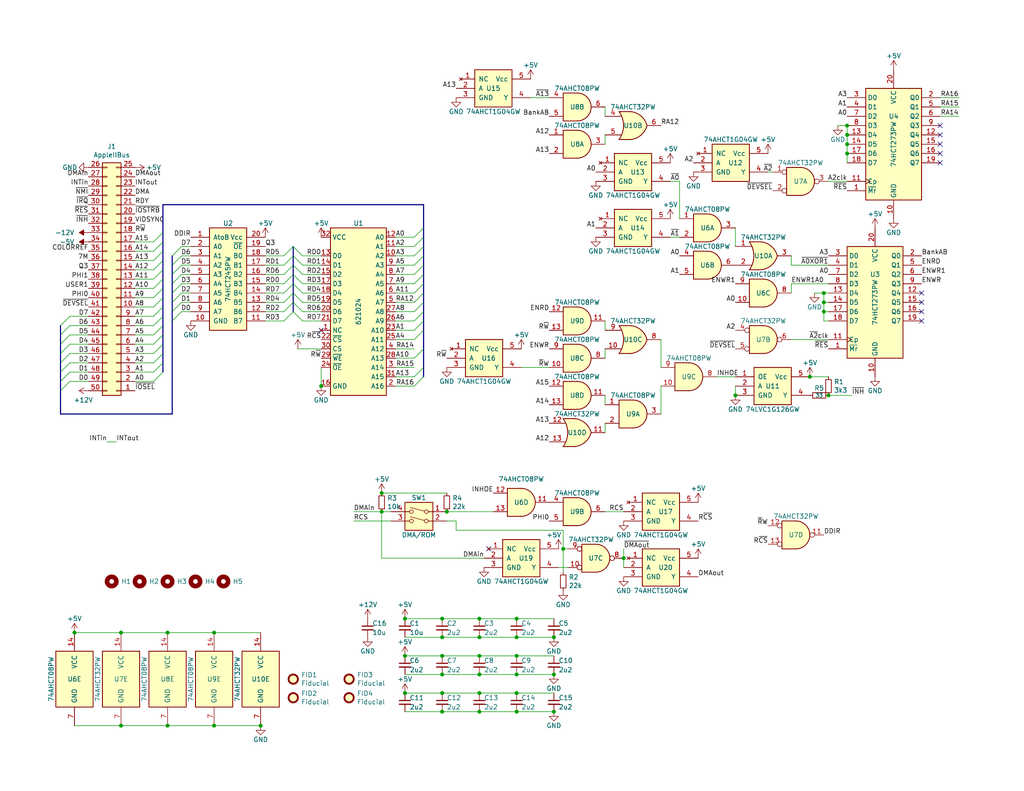
<source format=kicad_sch>
(kicad_sch (version 20230121) (generator eeschema)
  (paper "USLetter")
  (title_block (title "RAM128 (GW4208B)") (date "2023-10-21") (rev "1.1") (company "Garrett's Workshop"))
  (junction (at 120.65 179.07))
  (junction (at 226.06 107.95))
  (junction (at 110.49 189.23))
  (junction (at 200.66 107.95))
  (junction (at 151.13 194.31))
  (junction (at 130.81 168.91))
  (junction (at 120.65 173.99))
  (junction (at 120.65 194.31))
  (junction (at 120.65 168.91))
  (junction (at 130.81 179.07))
  (junction (at 140.97 168.91))
  (junction (at 231.14 36.83))
  (junction (at 71.12 198.12))
  (junction (at 58.42 198.12))
  (junction (at 140.97 173.99))
  (junction (at 130.81 189.23))
  (junction (at 120.65 189.23))
  (junction (at 110.49 168.91))
  (junction (at 140.97 184.15))
  (junction (at 130.81 184.15))
  (junction (at 231.14 34.29))
  (junction (at 45.72 198.12))
  (junction (at 224.79 82.55))
  (junction (at 33.02 172.72))
  (junction (at 220.98 102.87))
  (junction (at 104.14 139.7))
  (junction (at 170.18 152.4))
  (junction (at 151.13 184.15))
  (junction (at 87.63 105.41))
  (junction (at 151.13 173.99))
  (junction (at 231.14 39.37))
  (junction (at 140.97 179.07))
  (junction (at 231.14 41.91))
  (junction (at 45.72 172.72))
  (junction (at 33.02 198.12))
  (junction (at 224.79 80.01))
  (junction (at 121.92 139.7))
  (junction (at 120.65 184.15))
  (junction (at 130.81 173.99))
  (junction (at 153.67 149.86))
  (junction (at 140.97 194.31))
  (junction (at 140.97 189.23))
  (junction (at 104.14 134.62))
  (junction (at 224.79 85.09))
  (junction (at 20.32 172.72))
  (junction (at 130.81 194.31))
  (junction (at 110.49 179.07))
  (junction (at 58.42 172.72))
  (no_connect (at 256.54 36.83))
  (no_connect (at 87.63 90.17))
  (no_connect (at 251.46 80.01))
  (no_connect (at 256.54 34.29))
  (no_connect (at 251.46 82.55))
  (no_connect (at 256.54 41.91))
  (no_connect (at 256.54 44.45))
  (no_connect (at 133.35 149.86))
  (no_connect (at 251.46 87.63))
  (no_connect (at 251.46 85.09))
  (no_connect (at 256.54 39.37))
  (bus_entry (at 46.99 85.09) (size 2.54 -2.54))
  (bus_entry (at 115.57 62.23) (size -2.54 2.54))
  (bus_entry (at 80.01 69.85) (size 2.54 2.54))
  (bus_entry (at 115.57 72.39) (size -2.54 2.54))
  (bus_entry (at 46.99 82.55) (size 2.54 -2.54))
  (bus_entry (at 44.45 73.66) (size -2.54 2.54))
  (bus_entry (at 115.57 87.63) (size -2.54 2.54))
  (bus_entry (at 16.51 99.06) (size 2.54 -2.54))
  (bus_entry (at 115.57 64.77) (size -2.54 2.54))
  (bus_entry (at 46.99 72.39) (size 2.54 -2.54))
  (bus_entry (at 16.51 93.98) (size 2.54 -2.54))
  (bus_entry (at 44.45 63.5) (size -2.54 2.54))
  (bus_entry (at 44.45 81.28) (size -2.54 2.54))
  (bus_entry (at 16.51 88.9) (size 2.54 -2.54))
  (bus_entry (at 80.01 77.47) (size 2.54 2.54))
  (bus_entry (at 16.51 106.68) (size 2.54 -2.54))
  (bus_entry (at 46.99 74.93) (size 2.54 -2.54))
  (bus_entry (at 77.47 74.93) (size 2.54 -2.54))
  (bus_entry (at 115.57 67.31) (size -2.54 2.54))
  (bus_entry (at 77.47 69.85) (size 2.54 -2.54))
  (bus_entry (at 115.57 77.47) (size -2.54 2.54))
  (bus_entry (at 44.45 96.52) (size -2.54 2.54))
  (bus_entry (at 77.47 72.39) (size 2.54 -2.54))
  (bus_entry (at 80.01 80.01) (size 2.54 2.54))
  (bus_entry (at 44.45 93.98) (size -2.54 2.54))
  (bus_entry (at 44.45 101.6) (size -2.54 2.54))
  (bus_entry (at 115.57 90.17) (size -2.54 2.54))
  (bus_entry (at 44.45 71.12) (size -2.54 2.54))
  (bus_entry (at 44.45 78.74) (size -2.54 2.54))
  (bus_entry (at 46.99 87.63) (size 2.54 -2.54))
  (bus_entry (at 44.45 66.04) (size -2.54 2.54))
  (bus_entry (at 16.51 91.44) (size 2.54 -2.54))
  (bus_entry (at 44.45 99.06) (size -2.54 2.54))
  (bus_entry (at 80.01 82.55) (size 2.54 2.54))
  (bus_entry (at 44.45 68.58) (size -2.54 2.54))
  (bus_entry (at 115.57 85.09) (size -2.54 2.54))
  (bus_entry (at 46.99 80.01) (size 2.54 -2.54))
  (bus_entry (at 115.57 74.93) (size -2.54 2.54))
  (bus_entry (at 44.45 88.9) (size -2.54 2.54))
  (bus_entry (at 80.01 74.93) (size 2.54 2.54))
  (bus_entry (at 44.45 76.2) (size -2.54 2.54))
  (bus_entry (at 80.01 85.09) (size 2.54 2.54))
  (bus_entry (at 77.47 87.63) (size 2.54 -2.54))
  (bus_entry (at 44.45 91.44) (size -2.54 2.54))
  (bus_entry (at 80.01 72.39) (size 2.54 2.54))
  (bus_entry (at 16.51 101.6) (size 2.54 -2.54))
  (bus_entry (at 115.57 82.55) (size -2.54 2.54))
  (bus_entry (at 115.57 69.85) (size -2.54 2.54))
  (bus_entry (at 46.99 69.85) (size 2.54 -2.54))
  (bus_entry (at 44.45 83.82) (size -2.54 2.54))
  (bus_entry (at 44.45 86.36) (size -2.54 2.54))
  (bus_entry (at 46.99 77.47) (size 2.54 -2.54))
  (bus_entry (at 115.57 102.87) (size -2.54 2.54))
  (bus_entry (at 77.47 85.09) (size 2.54 -2.54))
  (bus_entry (at 115.57 100.33) (size -2.54 2.54))
  (bus_entry (at 115.57 95.25) (size -2.54 2.54))
  (bus_entry (at 77.47 77.47) (size 2.54 -2.54))
  (bus_entry (at 77.47 80.01) (size 2.54 -2.54))
  (bus_entry (at 80.01 67.31) (size 2.54 2.54))
  (bus_entry (at 16.51 104.14) (size 2.54 -2.54))
  (bus_entry (at 77.47 82.55) (size 2.54 -2.54))
  (bus_entry (at 16.51 96.52) (size 2.54 -2.54))
  (bus_entry (at 115.57 80.01) (size -2.54 2.54))
  (wire (pts (xy 36.83 96.52) (xy 41.91 96.52)))
  (bus (pts (xy 115.57 90.17) (xy 115.57 95.25)))
  (wire (pts (xy 104.14 139.7) (xy 106.68 139.7)))
  (wire (pts (xy 220.98 102.87) (xy 226.06 102.87)))
  (wire (pts (xy 231.14 36.83) (xy 231.14 39.37)))
  (wire (pts (xy 130.81 173.99) (xy 140.97 173.99)))
  (wire (pts (xy 228.6 34.29) (xy 231.14 34.29)))
  (wire (pts (xy 19.05 101.6) (xy 24.13 101.6)))
  (bus (pts (xy 115.57 69.85) (xy 115.57 72.39)))
  (bus (pts (xy 44.45 63.5) (xy 44.45 66.04)))
  (wire (pts (xy 110.49 168.91) (xy 120.65 168.91)))
  (wire (pts (xy 200.66 62.23) (xy 200.66 67.31)))
  (wire (pts (xy 82.55 74.93) (xy 87.63 74.93)))
  (wire (pts (xy 87.63 100.33) (xy 87.63 105.41)))
  (wire (pts (xy 200.66 107.95) (xy 200.66 105.41)))
  (wire (pts (xy 77.47 69.85) (xy 72.39 69.85)))
  (wire (pts (xy 107.95 64.77) (xy 113.03 64.77)))
  (wire (pts (xy 36.83 71.12) (xy 41.91 71.12)))
  (wire (pts (xy 261.62 31.75) (xy 256.54 31.75)))
  (wire (pts (xy 120.65 189.23) (xy 130.81 189.23)))
  (wire (pts (xy 82.55 85.09) (xy 87.63 85.09)))
  (bus (pts (xy 16.51 93.98) (xy 16.51 96.52)))
  (bus (pts (xy 80.01 77.47) (xy 80.01 80.01)))
  (wire (pts (xy 49.53 67.31) (xy 52.07 67.31)))
  (wire (pts (xy 107.95 97.79) (xy 113.03 97.79)))
  (bus (pts (xy 115.57 55.88) (xy 44.45 55.88)))
  (wire (pts (xy 153.67 144.78) (xy 153.67 149.86)))
  (bus (pts (xy 115.57 95.25) (xy 115.57 100.33)))
  (wire (pts (xy 121.92 139.7) (xy 134.62 139.7)))
  (wire (pts (xy 226.06 92.71) (xy 215.9 92.71)))
  (wire (pts (xy 130.81 189.23) (xy 140.97 189.23)))
  (bus (pts (xy 16.51 96.52) (xy 16.51 99.06)))
  (wire (pts (xy 107.95 77.47) (xy 113.03 77.47)))
  (bus (pts (xy 46.99 85.09) (xy 46.99 87.63)))
  (bus (pts (xy 44.45 96.52) (xy 44.45 99.06)))
  (wire (pts (xy 96.52 142.24) (xy 106.68 142.24)))
  (bus (pts (xy 80.01 82.55) (xy 80.01 85.09)))
  (wire (pts (xy 165.1 107.95) (xy 165.1 110.49)))
  (wire (pts (xy 140.97 173.99) (xy 151.13 173.99)))
  (wire (pts (xy 226.06 87.63) (xy 224.79 87.63)))
  (wire (pts (xy 142.24 100.33) (xy 149.86 100.33)))
  (wire (pts (xy 77.47 87.63) (xy 72.39 87.63)))
  (wire (pts (xy 185.42 49.53) (xy 185.42 59.69)))
  (wire (pts (xy 49.53 85.09) (xy 52.07 85.09)))
  (bus (pts (xy 115.57 67.31) (xy 115.57 69.85)))
  (wire (pts (xy 19.05 86.36) (xy 24.13 86.36)))
  (wire (pts (xy 20.32 198.12) (xy 33.02 198.12)))
  (bus (pts (xy 16.51 104.14) (xy 16.51 106.68)))
  (bus (pts (xy 16.51 106.68) (xy 16.51 113.03)))
  (wire (pts (xy 120.65 173.99) (xy 130.81 173.99)))
  (bus (pts (xy 46.99 69.85) (xy 46.99 72.39)))
  (wire (pts (xy 224.79 85.09) (xy 224.79 82.55)))
  (wire (pts (xy 120.65 184.15) (xy 130.81 184.15)))
  (wire (pts (xy 124.46 144.78) (xy 124.46 142.24)))
  (wire (pts (xy 19.05 104.14) (xy 24.13 104.14)))
  (wire (pts (xy 77.47 82.55) (xy 72.39 82.55)))
  (wire (pts (xy 124.46 142.24) (xy 121.92 142.24)))
  (wire (pts (xy 120.65 189.23) (xy 110.49 189.23)))
  (wire (pts (xy 107.95 85.09) (xy 113.03 85.09)))
  (wire (pts (xy 200.66 102.87) (xy 195.58 102.87)))
  (wire (pts (xy 45.72 198.12) (xy 58.42 198.12)))
  (wire (pts (xy 96.52 139.7) (xy 104.14 139.7)))
  (bus (pts (xy 80.01 67.31) (xy 80.01 69.85)))
  (bus (pts (xy 80.01 74.93) (xy 80.01 77.47)))
  (wire (pts (xy 130.81 168.91) (xy 140.97 168.91)))
  (wire (pts (xy 107.95 72.39) (xy 113.03 72.39)))
  (bus (pts (xy 115.57 55.88) (xy 115.57 62.23)))
  (wire (pts (xy 154.94 154.94) (xy 152.4 154.94)))
  (wire (pts (xy 180.34 105.41) (xy 180.34 113.03)))
  (wire (pts (xy 165.1 87.63) (xy 165.1 90.17)))
  (bus (pts (xy 16.51 91.44) (xy 16.51 93.98)))
  (bus (pts (xy 44.45 83.82) (xy 44.45 86.36)))
  (wire (pts (xy 120.65 194.31) (xy 130.81 194.31)))
  (wire (pts (xy 153.67 149.86) (xy 153.67 156.21)))
  (bus (pts (xy 115.57 100.33) (xy 115.57 102.87)))
  (wire (pts (xy 36.83 73.66) (xy 41.91 73.66)))
  (bus (pts (xy 46.99 72.39) (xy 46.99 74.93)))
  (bus (pts (xy 44.45 93.98) (xy 44.45 96.52)))
  (bus (pts (xy 115.57 85.09) (xy 115.57 87.63)))
  (wire (pts (xy 107.95 105.41) (xy 113.03 105.41)))
  (bus (pts (xy 115.57 77.47) (xy 115.57 80.01)))
  (bus (pts (xy 80.01 72.39) (xy 80.01 74.93)))
  (wire (pts (xy 19.05 93.98) (xy 24.13 93.98)))
  (bus (pts (xy 115.57 82.55) (xy 115.57 85.09)))
  (wire (pts (xy 36.83 83.82) (xy 41.91 83.82)))
  (wire (pts (xy 19.05 88.9) (xy 24.13 88.9)))
  (wire (pts (xy 82.55 77.47) (xy 87.63 77.47)))
  (wire (pts (xy 120.65 168.91) (xy 130.81 168.91)))
  (wire (pts (xy 36.83 81.28) (xy 41.91 81.28)))
  (wire (pts (xy 130.81 194.31) (xy 140.97 194.31)))
  (wire (pts (xy 104.14 152.4) (xy 132.08 152.4)))
  (wire (pts (xy 81.28 95.25) (xy 87.63 95.25)))
  (wire (pts (xy 232.41 107.95) (xy 226.06 107.95)))
  (wire (pts (xy 215.9 69.85) (xy 215.9 72.39)))
  (wire (pts (xy 140.97 194.31) (xy 151.13 194.31)))
  (wire (pts (xy 165.1 139.7) (xy 170.18 139.7)))
  (wire (pts (xy 222.25 80.01) (xy 224.79 80.01)))
  (wire (pts (xy 226.06 85.09) (xy 224.79 85.09)))
  (wire (pts (xy 82.55 82.55) (xy 87.63 82.55)))
  (wire (pts (xy 121.92 134.62) (xy 104.14 134.62)))
  (wire (pts (xy 77.47 77.47) (xy 72.39 77.47)))
  (wire (pts (xy 36.83 99.06) (xy 41.91 99.06)))
  (wire (pts (xy 77.47 74.93) (xy 72.39 74.93)))
  (wire (pts (xy 153.67 144.78) (xy 124.46 144.78)))
  (wire (pts (xy 153.67 149.86) (xy 154.94 149.86)))
  (wire (pts (xy 104.14 139.7) (xy 104.14 152.4)))
  (wire (pts (xy 58.42 198.12) (xy 71.12 198.12)))
  (wire (pts (xy 185.42 64.77) (xy 182.88 64.77)))
  (wire (pts (xy 36.83 88.9) (xy 41.91 88.9)))
  (wire (pts (xy 107.95 100.33) (xy 113.03 100.33)))
  (wire (pts (xy 82.55 80.01) (xy 87.63 80.01)))
  (wire (pts (xy 36.83 93.98) (xy 41.91 93.98)))
  (wire (pts (xy 36.83 66.04) (xy 41.91 66.04)))
  (bus (pts (xy 46.99 87.63) (xy 46.99 113.03)))
  (wire (pts (xy 226.06 80.01) (xy 224.79 80.01)))
  (wire (pts (xy 36.83 104.14) (xy 41.91 104.14)))
  (bus (pts (xy 115.57 74.93) (xy 115.57 77.47)))
  (bus (pts (xy 16.51 99.06) (xy 16.51 101.6)))
  (wire (pts (xy 165.1 95.25) (xy 165.1 97.79)))
  (wire (pts (xy 140.97 189.23) (xy 151.13 189.23)))
  (wire (pts (xy 107.95 80.01) (xy 113.03 80.01)))
  (wire (pts (xy 49.53 72.39) (xy 52.07 72.39)))
  (bus (pts (xy 46.99 77.47) (xy 46.99 80.01)))
  (bus (pts (xy 44.45 78.74) (xy 44.45 81.28)))
  (wire (pts (xy 45.72 172.72) (xy 58.42 172.72)))
  (wire (pts (xy 36.83 76.2) (xy 41.91 76.2)))
  (wire (pts (xy 140.97 184.15) (xy 151.13 184.15)))
  (wire (pts (xy 107.95 82.55) (xy 113.03 82.55)))
  (bus (pts (xy 115.57 62.23) (xy 115.57 64.77)))
  (bus (pts (xy 115.57 80.01) (xy 115.57 82.55)))
  (wire (pts (xy 107.95 90.17) (xy 113.03 90.17)))
  (wire (pts (xy 107.95 95.25) (xy 113.03 95.25)))
  (wire (pts (xy 107.95 102.87) (xy 113.03 102.87)))
  (bus (pts (xy 44.45 81.28) (xy 44.45 83.82)))
  (wire (pts (xy 107.95 87.63) (xy 113.03 87.63)))
  (wire (pts (xy 77.47 72.39) (xy 72.39 72.39)))
  (bus (pts (xy 44.45 99.06) (xy 44.45 101.6)))
  (bus (pts (xy 44.45 76.2) (xy 44.45 78.74)))
  (wire (pts (xy 33.02 198.12) (xy 45.72 198.12)))
  (wire (pts (xy 36.83 68.58) (xy 41.91 68.58)))
  (bus (pts (xy 44.45 73.66) (xy 44.45 76.2)))
  (wire (pts (xy 224.79 87.63) (xy 224.79 85.09)))
  (bus (pts (xy 46.99 113.03) (xy 16.51 113.03)))
  (wire (pts (xy 231.14 41.91) (xy 231.14 44.45)))
  (wire (pts (xy 110.49 194.31) (xy 120.65 194.31)))
  (wire (pts (xy 120.65 179.07) (xy 110.49 179.07)))
  (bus (pts (xy 46.99 80.01) (xy 46.99 82.55)))
  (wire (pts (xy 215.9 77.47) (xy 215.9 80.01)))
  (wire (pts (xy 107.95 69.85) (xy 113.03 69.85)))
  (wire (pts (xy 209.55 46.99) (xy 210.82 46.99)))
  (wire (pts (xy 82.55 69.85) (xy 87.63 69.85)))
  (wire (pts (xy 58.42 172.72) (xy 71.12 172.72)))
  (wire (pts (xy 20.32 172.72) (xy 33.02 172.72)))
  (bus (pts (xy 115.57 64.77) (xy 115.57 67.31)))
  (bus (pts (xy 44.45 88.9) (xy 44.45 91.44)))
  (bus (pts (xy 44.45 86.36) (xy 44.45 88.9)))
  (wire (pts (xy 36.83 78.74) (xy 41.91 78.74)))
  (wire (pts (xy 19.05 96.52) (xy 24.13 96.52)))
  (wire (pts (xy 261.62 26.67) (xy 256.54 26.67)))
  (wire (pts (xy 170.18 152.4) (xy 170.18 149.86)))
  (wire (pts (xy 140.97 168.91) (xy 151.13 168.91)))
  (wire (pts (xy 170.18 152.4) (xy 170.18 154.94)))
  (wire (pts (xy 110.49 184.15) (xy 120.65 184.15)))
  (bus (pts (xy 46.99 74.93) (xy 46.99 77.47)))
  (wire (pts (xy 19.05 99.06) (xy 24.13 99.06)))
  (wire (pts (xy 110.49 173.99) (xy 120.65 173.99)))
  (bus (pts (xy 16.51 101.6) (xy 16.51 104.14)))
  (wire (pts (xy 49.53 80.01) (xy 52.07 80.01)))
  (wire (pts (xy 165.1 31.75) (xy 165.1 29.21)))
  (bus (pts (xy 115.57 87.63) (xy 115.57 90.17)))
  (bus (pts (xy 44.45 71.12) (xy 44.45 73.66)))
  (bus (pts (xy 44.45 91.44) (xy 44.45 93.98)))
  (wire (pts (xy 49.53 77.47) (xy 52.07 77.47)))
  (wire (pts (xy 165.1 115.57) (xy 165.1 118.11)))
  (wire (pts (xy 140.97 179.07) (xy 151.13 179.07)))
  (wire (pts (xy 120.65 179.07) (xy 130.81 179.07)))
  (wire (pts (xy 82.55 72.39) (xy 87.63 72.39)))
  (wire (pts (xy 107.95 92.71) (xy 113.03 92.71)))
  (bus (pts (xy 44.45 68.58) (xy 44.45 71.12)))
  (wire (pts (xy 224.79 80.01) (xy 224.79 82.55)))
  (wire (pts (xy 77.47 80.01) (xy 72.39 80.01)))
  (wire (pts (xy 33.02 172.72) (xy 45.72 172.72)))
  (bus (pts (xy 115.57 72.39) (xy 115.57 74.93)))
  (wire (pts (xy 180.34 92.71) (xy 180.34 100.33)))
  (wire (pts (xy 231.14 34.29) (xy 231.14 36.83)))
  (wire (pts (xy 19.05 91.44) (xy 24.13 91.44)))
  (wire (pts (xy 49.53 69.85) (xy 52.07 69.85)))
  (wire (pts (xy 107.95 74.93) (xy 113.03 74.93)))
  (wire (pts (xy 182.88 49.53) (xy 185.42 49.53)))
  (wire (pts (xy 226.06 82.55) (xy 224.79 82.55)))
  (bus (pts (xy 44.45 66.04) (xy 44.45 68.58)))
  (wire (pts (xy 31.75 120.65) (xy 29.21 120.65)))
  (wire (pts (xy 36.83 86.36) (xy 41.91 86.36)))
  (wire (pts (xy 36.83 101.6) (xy 41.91 101.6)))
  (bus (pts (xy 16.51 88.9) (xy 16.51 91.44)))
  (wire (pts (xy 36.83 91.44) (xy 41.91 91.44)))
  (wire (pts (xy 231.14 39.37) (xy 231.14 41.91)))
  (wire (pts (xy 226.06 49.53) (xy 231.14 49.53)))
  (wire (pts (xy 215.9 72.39) (xy 226.06 72.39)))
  (wire (pts (xy 82.55 87.63) (xy 87.63 87.63)))
  (bus (pts (xy 80.01 69.85) (xy 80.01 72.39)))
  (wire (pts (xy 256.54 29.21) (xy 261.62 29.21)))
  (wire (pts (xy 130.81 184.15) (xy 140.97 184.15)))
  (wire (pts (xy 144.78 26.67) (xy 149.86 26.67)))
  (wire (pts (xy 165.1 36.83) (xy 165.1 39.37)))
  (wire (pts (xy 130.81 179.07) (xy 140.97 179.07)))
  (bus (pts (xy 46.99 82.55) (xy 46.99 85.09)))
  (wire (pts (xy 107.95 67.31) (xy 113.03 67.31)))
  (wire (pts (xy 77.47 85.09) (xy 72.39 85.09)))
  (wire (pts (xy 49.53 82.55) (xy 52.07 82.55)))
  (wire (pts (xy 49.53 74.93) (xy 52.07 74.93)))
  (bus (pts (xy 44.45 55.88) (xy 44.45 63.5)))
  (wire (pts (xy 215.9 77.47) (xy 226.06 77.47)))
  (bus (pts (xy 80.01 80.01) (xy 80.01 82.55)))
  (label "INTout" (at 31.75 120.65 0))
  (label "~{RES}" (at 231.14 52.07 180))
  (label "D3" (at 24.13 96.52 180))
  (label "~{R}W" (at 149.86 100.33 180))
  (label "RD7" (at 72.39 80.01 0))
  (label "A13" (at 36.83 71.12 0))
  (label "A0" (at 231.14 31.75 180))
  (label "A2" (at 36.83 99.06 0))
  (label "RD2" (at 87.63 74.93 180))
  (label "A14" (at 36.83 68.58 0))
  (label "A8" (at 36.83 83.82 0))
  (label "RA16" (at 113.03 105.41 180))
  (label "A2clk" (at 231.14 49.53 180))
  (label "RD6" (at 72.39 74.93 0))
  (label "D5" (at 24.13 91.44 180))
  (label "PHI0" (at 149.86 142.24 180))
  (label "~{DEVSEL}" (at 200.66 95.25 180))
  (label "A1" (at 36.83 101.6 0))
  (label "D0" (at 52.07 85.09 180))
  (label "~{IOSTRB}" (at 36.83 58.42 0))
  (label "A0" (at 226.06 74.93 180))
  (label "A0" (at 200.66 82.55 180))
  (label "~{RES}" (at 226.06 95.25 180))
  (label "A10" (at 36.83 78.74 0))
  (label "ENWR1" (at 200.66 77.47 180))
  (label "A13" (at 124.46 24.13 180))
  (label "A6" (at 36.83 88.9 0))
  (label "RD1" (at 72.39 72.39 0))
  (label "A1" (at 162.56 62.23 180))
  (label "DDIR" (at 52.07 64.77 180))
  (label "D0" (at 24.13 104.14 180))
  (label "ENWR" (at 251.46 77.47 0))
  (label "A11" (at 107.95 80.01 0))
  (label "A5" (at 107.95 72.39 0))
  (label "INHOE" (at 195.58 102.87 0))
  (label "A13" (at 107.95 102.87 0))
  (label "D3" (at 52.07 77.47 180))
  (label "A3" (at 107.95 69.85 0))
  (label "RA14" (at 113.03 95.25 180))
  (label "A2" (at 107.95 67.31 0))
  (label "USER1" (at 24.13 78.74 180))
  (label "D7" (at 24.13 86.36 180))
  (label "ENRD" (at 149.86 85.09 180))
  (label "INHOE" (at 134.62 134.62 180))
  (label "~{INH}" (at 24.13 60.96 180))
  (label "D7" (at 52.07 67.31 180))
  (label "INTin" (at 29.21 120.65 180))
  (label "A4" (at 107.95 92.71 0))
  (label "A1" (at 231.14 29.21 180))
  (label "A7" (at 107.95 74.93 0))
  (label "R~{W}" (at 36.83 63.5 0))
  (label "DMAin" (at 24.13 48.26 180))
  (label "ENWR1A0" (at 215.9 77.47 0))
  (label "RA12" (at 180.34 34.29 0))
  (label "~{A1}" (at 185.42 64.77 180))
  (label "A7" (at 36.83 86.36 0))
  (label "A3" (at 36.83 96.52 0))
  (label "~{IRQ}" (at 24.13 55.88 180))
  (label "RD5" (at 87.63 82.55 180))
  (label "R~{W}" (at 87.63 97.79 180))
  (label "D4" (at 52.07 74.93 180))
  (label "~{A2}clk" (at 226.06 92.71 180))
  (label "R~{W}" (at 149.86 90.17 180))
  (label "D2" (at 52.07 80.01 180))
  (label "RA15" (at 261.62 29.21 180))
  (label "A12" (at 149.86 36.83 180))
  (label "A3" (at 226.06 69.85 180))
  (label "~{IOSEL}" (at 36.83 106.68 0))
  (label "~{DEVSEL}" (at 24.13 83.82 180))
  (label "~{RES}" (at 24.13 58.42 180))
  (label "A15" (at 36.83 66.04 0))
  (label "BankAB" (at 251.46 69.85 0))
  (label "R~{CS}" (at 209.55 148.59 180))
  (label "RA14" (at 261.62 31.75 180))
  (label "A0" (at 36.83 104.14 0))
  (label "A12" (at 149.86 120.65 180))
  (label "D1" (at 24.13 101.6 180))
  (label "RD0" (at 72.39 77.47 0))
  (label "PHI1" (at 24.13 76.2 180))
  (label "A8" (at 107.95 85.09 0))
  (label "A1" (at 185.42 74.93 180))
  (label "RD6" (at 87.63 85.09 180))
  (label "A3" (at 231.14 26.67 180))
  (label "D6" (at 52.07 69.85 180))
  (label "RA12" (at 107.95 82.55 0))
  (label "INTout" (at 36.83 50.8 0))
  (label "R~{W}" (at 121.92 97.79 180))
  (label "DMAin" (at 132.08 152.4 180))
  (label "A12" (at 36.83 73.66 0))
  (label "RD3" (at 87.63 77.47 180))
  (label "~{INH}" (at 232.41 107.95 0))
  (label "A9" (at 107.95 77.47 0))
  (label "BankAB" (at 149.86 31.75 180))
  (label "~{DEVSEL}" (at 210.82 52.07 180))
  (label "~{DMAout}" (at 170.18 149.86 0))
  (label "A1" (at 107.95 90.17 0))
  (label "~{NMI}" (at 24.13 53.34 180))
  (label "D2" (at 24.13 99.06 180))
  (label "RCS" (at 96.52 142.24 0))
  (label "INTin" (at 24.13 50.8 180))
  (label "A11" (at 36.83 76.2 0))
  (label "RCS" (at 170.18 139.7 180))
  (label "A14" (at 149.86 110.49 180))
  (label "~{A2}" (at 210.82 46.99 180))
  (label "RD1" (at 87.63 72.39 180))
  (label "A0" (at 185.42 69.85 180))
  (label "RD4" (at 72.39 82.55 0))
  (label "PHI0" (at 24.13 81.28 180))
  (label "D5" (at 52.07 72.39 180))
  (label "A2" (at 189.23 44.45 180))
  (label "DDIR" (at 224.79 146.05 0))
  (label "VIDSYNC" (at 36.83 60.96 0))
  (label "Q3" (at 24.13 73.66 180))
  (label "A6" (at 107.95 87.63 0))
  (label "DMAin" (at 96.52 139.7 0))
  (label "DMAout" (at 36.83 48.26 0))
  (label "RD7" (at 87.63 87.63 180))
  (label "A5" (at 36.83 91.44 0))
  (label "7M" (at 24.13 71.12 180))
  (label "A0" (at 162.56 46.99 180))
  (label "RD4" (at 87.63 80.01 180))
  (label "RD3" (at 72.39 87.63 0))
  (label "R~{CS}" (at 87.63 92.71 180))
  (label "A13" (at 149.86 115.57 180))
  (label "A0" (at 107.95 64.77 0))
  (label "DMA" (at 36.83 53.34 0))
  (label "A4" (at 36.83 93.98 0))
  (label "RA16" (at 261.62 26.67 180))
  (label "DMAout" (at 190.5 157.48 0))
  (label "R~{CS}" (at 190.5 142.24 0))
  (label "~{R}W" (at 209.55 143.51 180))
  (label "D6" (at 24.13 88.9 180))
  (label "A2" (at 200.66 90.17 180))
  (label "Q3" (at 72.39 67.31 0))
  (label "RA15" (at 113.03 100.33 180))
  (label "RD0" (at 87.63 69.85 180))
  (label "RD2" (at 72.39 85.09 0))
  (label "ENRD" (at 251.46 72.39 0))
  (label "D1" (at 52.07 82.55 180))
  (label "RDY" (at 36.83 55.88 0))
  (label "ENWR" (at 149.86 95.25 180))
  (label "ENWR1" (at 251.46 74.93 0))
  (label "A9" (at 36.83 81.28 0))
  (label "~{A0XOR1}" (at 226.06 72.39 180))
  (label "A13" (at 149.86 41.91 180))
  (label "~{A0}" (at 185.42 49.53 180))
  (label "A15" (at 149.86 105.41 180))
  (label "RD5" (at 72.39 69.85 0))
  (label "D4" (at 24.13 93.98 180))
  (label "A10" (at 107.95 97.79 0))
  (label "COLORREF" (at 24.13 68.58 180))
  (label "~{A13}" (at 149.86 26.67 180))
  (symbol (lib_id "Mechanical:MountingHole") (at 53.34 158.75 0) (unit 1)
    (property "Reference" "H4" (at 55.88 158.75 0) (effects (justify left)))
    (property "Value" " " (at 55.88 159.766 0) (effects (justify left)))
    (property "Footprint" "stdpads:PasteHole_1.152mm_NPTH" (effects hide))
  )
  (symbol (lib_id "Connector_Generic:Conn_02x25_Counter_Clockwise") (at 31.75 76.2 180) (unit 1)
    (property "Reference" "J1" (at 30.48 40.005 0))
    (property "Value" "AppleIIBus" (at 30.48 42.3164 0))
    (property "Footprint" "stdpads:AppleIIBus_Edge" (effects hide))
  )
  (symbol (lib_id "power:-12V") (at 24.13 63.5 90) (unit 1)
    (property "Reference" "#PWR0102" (effects hide))
    (property "Value" "-12V" (at 20.32 63.5 90) (effects (justify left)))
  )
  (symbol (lib_id "power:-5V") (at 24.13 66.04 90) (unit 1)
    (property "Reference" "#PWR0101" (effects hide))
    (property "Value" "-5V" (at 20.32 66.04 90) (effects (justify left)))
  )
  (symbol (lib_id "power:+12V") (at 24.13 106.68 90) (unit 1)
    (property "Reference" "#PWR0103" (effects hide))
    (property "Value" "+12V" (at 25.4 109.22 90) (effects (justify left)))
  )
  (symbol (lib_id "power:GND") (at 24.13 45.72 270) (mirror x) (unit 1)
    (property "Reference" "#PWR0108" (effects hide))
    (property "Value" "GND" (at 19.05 45.72 90))
  )
  (symbol (lib_id "power:+5V") (at 36.83 45.72 270) (unit 1)
    (property "Reference" "#PWR0109" (effects hide))
    (property "Value" "+5V" (at 41.91 45.72 90))
  )
  (symbol (lib_id "Device:C_Small") (at 130.81 171.45 0) (unit 1)
    (property "Reference" "C3" (at 132.08 170.18 0) (effects (justify left)))
    (property "Value" "2u2" (at 132.08 172.72 0) (effects (justify left)))
    (property "Footprint" "stdpads:C_0603" (effects hide))
    (property "LCSC Part" "C23630" (effects hide))
  )
  (symbol (lib_id "Device:C_Small") (at 120.65 171.45 0) (unit 1)
    (property "Reference" "C2" (at 121.92 170.18 0) (effects (justify left)))
    (property "Value" "2u2" (at 121.92 172.72 0) (effects (justify left)))
    (property "Footprint" "stdpads:C_0603" (effects hide))
    (property "LCSC Part" "C23630" (effects hide))
  )
  (symbol (lib_id "power:GND") (at 151.13 173.99 0) (unit 1)
    (property "Reference" "#PWR0110" (effects hide))
    (property "Value" "GND" (at 151.13 177.8 0))
  )
  (symbol (lib_id "Mechanical:Fiducial") (at 80.01 185.42 0) (unit 1)
    (property "Reference" "FID1" (at 82.169 184.2516 0) (effects (justify left)))
    (property "Value" "Fiducial" (at 82.169 186.563 0) (effects (justify left)))
    (property "Footprint" "stdpads:Fiducial" (effects hide))
  )
  (symbol (lib_id "Mechanical:Fiducial") (at 80.01 190.5 0) (unit 1)
    (property "Reference" "FID2" (at 82.169 189.3316 0) (effects (justify left)))
    (property "Value" "Fiducial" (at 82.169 191.643 0) (effects (justify left)))
    (property "Footprint" "stdpads:Fiducial" (effects hide))
  )
  (symbol (lib_id "Mechanical:Fiducial") (at 95.25 185.42 0) (unit 1)
    (property "Reference" "FID3" (at 97.409 184.2516 0) (effects (justify left)))
    (property "Value" "Fiducial" (at 97.409 186.563 0) (effects (justify left)))
    (property "Footprint" "stdpads:Fiducial" (effects hide))
  )
  (symbol (lib_id "Mechanical:Fiducial") (at 95.25 190.5 0) (unit 1)
    (property "Reference" "FID4" (at 97.409 189.3316 0) (effects (justify left)))
    (property "Value" "Fiducial" (at 97.409 191.643 0) (effects (justify left)))
    (property "Footprint" "stdpads:Fiducial" (effects hide))
  )
  (symbol (lib_id "power:+5V") (at 87.63 64.77 0) (unit 1)
    (property "Reference" "#PWR0106" (effects hide))
    (property "Value" "+5V" (at 87.63 60.96 0))
  )
  (symbol (lib_id "power:GND") (at 87.63 105.41 0) (unit 1)
    (property "Reference" "#PWR0107" (effects hide))
    (property "Value" "GND" (at 87.63 109.22 0))
  )
  (symbol (lib_id "Device:R_Small") (at 226.06 105.41 0) (unit 1)
    (property "Reference" "R1" (at 227.5586 104.2416 0) (effects (justify left)))
    (property "Value" "3k3" (at 227.5586 106.553 0) (effects (justify left)))
    (property "Footprint" "stdpads:R_0805" (effects hide))
    (property "LCSC Part" "C26010" (effects hide))
  )
  (symbol (lib_id "Device:C_Small") (at 100.33 171.45 0) (unit 1)
    (property "Reference" "C16" (at 101.6 170.18 0) (effects (justify left)))
    (property "Value" "10u" (at 101.6 172.72 0) (effects (justify left)))
    (property "Footprint" "stdpads:C_0805" (effects hide))
    (property "LCSC Part" "C15850" (effects hide))
  )
  (symbol (lib_id "power:+12V") (at 100.33 168.91 0) (mirror y) (unit 1)
    (property "Reference" "#PWR0128" (effects hide))
    (property "Value" "+12V" (at 100.33 165.1 0))
  )
  (symbol (lib_id "Device:C_Small") (at 110.49 181.61 0) (unit 1)
    (property "Reference" "C6" (at 111.76 180.34 0) (effects (justify left)))
    (property "Value" "2u2" (at 111.76 182.88 0) (effects (justify left)))
    (property "Footprint" "stdpads:C_0603" (effects hide))
    (property "LCSC Part" "C23630" (effects hide))
  )
  (symbol (lib_id "Device:C_Small") (at 110.49 171.45 0) (unit 1)
    (property "Reference" "C1" (at 111.76 170.18 0) (effects (justify left)))
    (property "Value" "10u" (at 111.76 172.72 0) (effects (justify left)))
    (property "Footprint" "stdpads:C_0805" (effects hide))
    (property "LCSC Part" "C15850" (effects hide))
  )
  (symbol (lib_id "74xx:74LS32") (at 218.44 49.53 0) (unit 1) (convert 2)
    (property "Reference" "U7" (at 218.44 49.53 0))
    (property "Value" "74AHCT32PW" (at 218.44 44.45 0))
    (property "Footprint" "stdpads:TSSOP-14_4.4x5mm_P0.65mm" (effects hide))
    (property "Datasheet" "http://www.ti.com/lit/gpn/sn74LS32" (effects hide))
    (property "LCSC Part" "C129435" (effects hide))
  )
  (symbol (lib_id "74xx:74LS32") (at 208.28 92.71 0) (unit 2) (convert 2)
    (property "Reference" "U7" (at 208.28 92.71 0))
    (property "Value" "74AHCT32PW" (at 208.28 87.63 0))
    (property "Footprint" "stdpads:TSSOP-14_4.4x5mm_P0.65mm" (effects hide))
    (property "Datasheet" "http://www.ti.com/lit/gpn/sn74LS32" (effects hide))
    (property "LCSC Part" "C129435" (effects hide))
  )
  (symbol (lib_id "GW_Logic:74245") (at 62.23 76.2 0) (unit 1)
    (property "Reference" "U2" (at 62.23 60.96 0))
    (property "Value" "74HCT245PW" (at 62.23 76.2 90))
    (property "Footprint" "stdpads:TSSOP-20_4.4x6.5mm_P0.65mm" (effects hide))
    (property "LCSC Part" "C5980" (effects hide))
  )
  (symbol (lib_id "power:GND") (at 52.07 87.63 0) (mirror y) (unit 1)
    (property "Reference" "#PWR0104" (effects hide))
    (property "Value" "GND" (at 52.07 91.44 0))
  )
  (symbol (lib_id "power:+5V") (at 72.39 64.77 0) (mirror y) (unit 1)
    (property "Reference" "#PWR0105" (effects hide))
    (property "Value" "+5V" (at 72.39 60.96 0))
  )
  (symbol (lib_id "74xx:74LS273") (at 238.76 82.55 0) (unit 1)
    (property "Reference" "U3" (at 238.76 74.93 0))
    (property "Value" "74HCT273PW" (at 238.76 82.55 90))
    (property "Footprint" "stdpads:TSSOP-20_4.4x6.5mm_P0.65mm" (effects hide))
    (property "Datasheet" "http://www.ti.com/lit/gpn/sn74LS273" (effects hide))
    (property "LCSC Part" "C5983" (effects hide))
  )
  (symbol (lib_id "74xx:74LS273") (at 243.84 39.37 0) (unit 1)
    (property "Reference" "U4" (at 243.84 31.75 0))
    (property "Value" "74HCT273PW" (at 243.84 39.37 90))
    (property "Footprint" "stdpads:TSSOP-20_4.4x6.5mm_P0.65mm" (effects hide))
    (property "Datasheet" "http://www.ti.com/lit/gpn/sn74LS273" (effects hide))
    (property "LCSC Part" "C5983" (effects hide))
  )
  (symbol (lib_id "Device:R_Small") (at 153.67 158.75 0) (unit 1)
    (property "Reference" "R2" (at 155.1686 157.5816 0) (effects (justify left)))
    (property "Value" "22k" (at 155.1686 159.893 0) (effects (justify left)))
    (property "Footprint" "stdpads:R_0805" (effects hide))
    (property "LCSC Part" "C17560" (effects hide))
  )
  (symbol (lib_id "power:GND") (at 153.67 161.29 0) (unit 1)
    (property "Reference" "#PWR0123" (effects hide))
    (property "Value" "GND" (at 153.67 165.1 0))
  )
  (symbol (lib_id "power:GND") (at 228.6 34.29 0) (unit 1)
    (property "Reference" "#PWR0112" (effects hide))
    (property "Value" "GND" (at 228.6 38.1 0))
  )
  (symbol (lib_id "GW_Logic:741G04GW") (at 134.62 24.13 0) (unit 1)
    (property "Reference" "U15" (at 134.62 24.13 0))
    (property "Value" "74AHCT1G04GW" (at 134.62 30.48 0))
    (property "Footprint" "stdpads:SOT-353" (effects hide))
    (property "LCSC Part" "C148199" (effects hide))
  )
  (symbol (lib_id "power:GND") (at 124.46 26.67 0) (unit 1)
    (property "Reference" "#PWR0124" (effects hide))
    (property "Value" "GND" (at 124.46 30.48 0))
  )
  (symbol (lib_id "power:+5V") (at 144.78 21.59 0) (unit 1)
    (property "Reference" "#PWR0127" (effects hide))
    (property "Value" "+5V" (at 144.78 17.78 0))
  )
  (symbol (lib_id "power:GND") (at 222.25 80.01 0) (unit 1)
    (property "Reference" "#PWR0125" (effects hide))
    (property "Value" "GND" (at 222.25 83.82 0))
  )
  (symbol (lib_id "GW_Logic:741G04GW") (at 172.72 46.99 0) (unit 1)
    (property "Reference" "U13" (at 173.99 46.99 0))
    (property "Value" "74AHCT1G04GW" (at 172.72 53.34 0))
    (property "Footprint" "stdpads:SOT-353" (effects hide))
    (property "LCSC Part" "C148199" (effects hide))
  )
  (symbol (lib_id "power:GND") (at 162.56 49.53 0) (unit 1)
    (property "Reference" "#PWR0129" (effects hide))
    (property "Value" "GND" (at 162.56 53.34 0))
  )
  (symbol (lib_id "GW_Logic:741G04GW") (at 172.72 62.23 0) (unit 1)
    (property "Reference" "U14" (at 173.99 62.23 0))
    (property "Value" "74AHCT1G04GW" (at 172.72 68.58 0))
    (property "Footprint" "stdpads:SOT-353" (effects hide))
    (property "LCSC Part" "C148199" (effects hide))
  )
  (symbol (lib_id "power:GND") (at 162.56 64.77 0) (unit 1)
    (property "Reference" "#PWR0130" (effects hide))
    (property "Value" "GND" (at 162.56 68.58 0))
  )
  (symbol (lib_id "power:+5V") (at 182.88 44.45 0) (unit 1)
    (property "Reference" "#PWR0131" (effects hide))
    (property "Value" "+5V" (at 182.88 40.64 0))
  )
  (symbol (lib_id "power:+5V") (at 182.88 59.69 0) (unit 1)
    (property "Reference" "#PWR0133" (effects hide))
    (property "Value" "+5V" (at 182.88 55.88 0))
  )
  (symbol (lib_id "GW_Logic:741G04GW") (at 180.34 154.94 0) (unit 1)
    (property "Reference" "U20" (at 181.61 154.94 0))
    (property "Value" "74AHCT1G04GW" (at 180.34 161.29 0))
    (property "Footprint" "stdpads:SOT-353" (effects hide))
    (property "LCSC Part" "C148199" (effects hide))
  )
  (symbol (lib_id "power:GND") (at 170.18 157.48 0) (unit 1)
    (property "Reference" "#PWR0136" (effects hide))
    (property "Value" "GND" (at 170.18 161.29 0))
  )
  (symbol (lib_id "power:+5V") (at 190.5 152.4 0) (unit 1)
    (property "Reference" "#PWR0137" (effects hide))
    (property "Value" "+5V" (at 190.5 148.59 0))
  )
  (symbol (lib_id "GW_Logic:741G04GW") (at 142.24 152.4 0) (unit 1)
    (property "Reference" "U19" (at 143.51 152.4 0))
    (property "Value" "74AHCT1G04GW" (at 142.24 158.75 0))
    (property "Footprint" "stdpads:SOT-353" (effects hide))
    (property "LCSC Part" "C148199" (effects hide))
  )
  (symbol (lib_id "power:GND") (at 132.08 154.94 0) (unit 1)
    (property "Reference" "#PWR0138" (effects hide))
    (property "Value" "GND" (at 132.08 158.75 0))
  )
  (symbol (lib_id "power:+5V") (at 152.4 149.86 0) (unit 1)
    (property "Reference" "#PWR0139" (effects hide))
    (property "Value" "+5V" (at 151.13 146.05 0))
  )
  (symbol (lib_id "GW_Logic:741G04GW") (at 199.39 44.45 0) (unit 1)
    (property "Reference" "U12" (at 200.66 44.45 0))
    (property "Value" "74AHCT1G04GW" (at 199.39 38.1 0))
    (property "Footprint" "stdpads:SOT-353" (effects hide))
    (property "LCSC Part" "C148199" (effects hide))
  )
  (symbol (lib_id "power:GND") (at 189.23 46.99 0) (unit 1)
    (property "Reference" "#PWR0140" (effects hide))
    (property "Value" "GND" (at 189.23 50.8 0))
  )
  (symbol (lib_id "power:+5V") (at 209.55 41.91 0) (unit 1)
    (property "Reference" "#PWR0141" (effects hide))
    (property "Value" "+5V" (at 209.55 38.1 0))
  )
  (symbol (lib_id "GW_Logic:741G04GW") (at 132.08 97.79 0) (unit 1)
    (property "Reference" "U16" (at 133.35 97.79 0))
    (property "Value" "74AHCT1G04GW" (at 132.08 104.14 0))
    (property "Footprint" "stdpads:SOT-353" (effects hide))
    (property "LCSC Part" "C148199" (effects hide))
  )
  (symbol (lib_id "power:GND") (at 121.92 100.33 0) (unit 1)
    (property "Reference" "#PWR0142" (effects hide))
    (property "Value" "GND" (at 121.92 104.14 0))
  )
  (symbol (lib_id "power:+5V") (at 142.24 95.25 0) (unit 1)
    (property "Reference" "#PWR0143" (effects hide))
    (property "Value" "+5V" (at 142.24 91.44 0))
  )
  (symbol (lib_id "GW_Logic:741G04GW") (at 180.34 139.7 0) (unit 1)
    (property "Reference" "U17" (at 181.61 139.7 0))
    (property "Value" "74AHCT1G04GW" (at 180.34 146.05 0))
    (property "Footprint" "stdpads:SOT-353" (effects hide))
    (property "LCSC Part" "C148199" (effects hide))
  )
  (symbol (lib_id "power:GND") (at 170.18 142.24 0) (unit 1)
    (property "Reference" "#PWR0144" (effects hide))
    (property "Value" "GND" (at 170.18 146.05 0))
  )
  (symbol (lib_id "power:+5V") (at 190.5 137.16 0) (unit 1)
    (property "Reference" "#PWR0145" (effects hide))
    (property "Value" "+5V" (at 190.5 133.35 0))
  )
  (symbol (lib_id "74xx:74LS32") (at 217.17 146.05 0) (unit 4) (convert 2)
    (property "Reference" "U7" (at 217.17 146.05 0))
    (property "Value" "74AHCT32PW" (at 217.17 140.97 0))
    (property "Footprint" "stdpads:TSSOP-14_4.4x5mm_P0.65mm" (effects hide))
    (property "Datasheet" "http://www.ti.com/lit/gpn/sn74LS32" (effects hide))
    (property "LCSC Part" "C129435" (effects hide))
  )
  (symbol (lib_id "Device:C_Small") (at 151.13 171.45 0) (unit 1)
    (property "Reference" "C5" (at 152.4 170.18 0) (effects (justify left)))
    (property "Value" "2u2" (at 152.4 172.72 0) (effects (justify left)))
    (property "Footprint" "stdpads:C_0603" (effects hide))
    (property "LCSC Part" "C23630" (effects hide))
  )
  (symbol (lib_id "Device:C_Small") (at 110.49 191.77 0) (unit 1)
    (property "Reference" "C11" (at 111.76 190.5 0) (effects (justify left)))
    (property "Value" "2u2" (at 111.76 193.04 0) (effects (justify left)))
    (property "Footprint" "stdpads:C_0603" (effects hide))
    (property "LCSC Part" "C23630" (effects hide))
  )
  (symbol (lib_id "power:GND") (at 100.33 173.99 0) (unit 1)
    (property "Reference" "#PWR0146" (effects hide))
    (property "Value" "GND" (at 100.33 177.8 0))
  )
  (symbol (lib_id "Device:C_Small") (at 130.81 191.77 0) (unit 1)
    (property "Reference" "C13" (at 132.08 190.5 0) (effects (justify left)))
    (property "Value" "2u2" (at 132.08 193.04 0) (effects (justify left)))
    (property "Footprint" "stdpads:C_0603" (effects hide))
    (property "LCSC Part" "C23630" (effects hide))
  )
  (symbol (lib_id "power:+5V") (at 110.49 189.23 0) (unit 1)
    (property "Reference" "#PWR0147" (effects hide))
    (property "Value" "+5V" (at 110.49 185.42 0))
  )
  (symbol (lib_id "Device:C_Small") (at 120.65 191.77 0) (unit 1)
    (property "Reference" "C12" (at 121.92 190.5 0) (effects (justify left)))
    (property "Value" "2u2" (at 121.92 193.04 0) (effects (justify left)))
    (property "Footprint" "stdpads:C_0603" (effects hide))
    (property "LCSC Part" "C23630" (effects hide))
  )
  (symbol (lib_id "Mechanical:MountingHole") (at 60.96 158.75 0) (unit 1)
    (property "Reference" "H5" (at 63.5 158.75 0) (effects (justify left)))
    (property "Value" " " (at 63.5 159.766 0) (effects (justify left)))
    (property "Footprint" "stdpads:PasteHole_1.152mm_NPTH" (effects hide))
  )
  (symbol (lib_id "power:+5V") (at 81.28 95.25 0) (unit 1)
    (property "Reference" "#PWR0111" (effects hide))
    (property "Value" "+5V" (at 81.28 91.44 0))
  )
  (symbol (lib_id "Device:C_Small") (at 140.97 191.77 0) (unit 1)
    (property "Reference" "C14" (at 142.24 190.5 0) (effects (justify left)))
    (property "Value" "2u2" (at 142.24 193.04 0) (effects (justify left)))
    (property "Footprint" "stdpads:C_0603" (effects hide))
    (property "LCSC Part" "C23630" (effects hide))
  )
  (symbol (lib_id "Device:C_Small") (at 151.13 191.77 0) (unit 1)
    (property "Reference" "C15" (at 152.4 190.5 0) (effects (justify left)))
    (property "Value" "2u2" (at 152.4 193.04 0) (effects (justify left)))
    (property "Footprint" "stdpads:C_0603" (effects hide))
    (property "LCSC Part" "C23630" (effects hide))
  )
  (symbol (lib_id "power:GND") (at 151.13 194.31 0) (unit 1)
    (property "Reference" "#PWR0148" (effects hide))
    (property "Value" "GND" (at 151.13 198.12 0))
  )
  (symbol (lib_id "Device:R_Small") (at 223.52 107.95 270) (unit 1)
    (property "Reference" "R5" (at 223.52 106.68 90) (effects (justify bottom)))
    (property "Value" "33" (at 223.52 107.95 90) (effects (font (size 1.016 1.016))))
    (property "Footprint" "stdpads:R_0805" (effects hide))
    (property "LCSC Part" "C17634" (effects hide))
  )
  (symbol (lib_id "Device:R_Small") (at 121.92 137.16 0) (unit 1)
    (property "Reference" "R4" (at 123.4186 135.9916 0) (effects (justify left)))
    (property "Value" "22k" (at 123.4186 138.303 0) (effects (justify left)))
    (property "Footprint" "stdpads:R_0805" (effects hide))
    (property "LCSC Part" "C17560" (effects hide))
  )
  (symbol (lib_id "Device:R_Small") (at 104.14 137.16 0) (unit 1)
    (property "Reference" "R3" (at 105.6386 135.9916 0) (effects (justify left)))
    (property "Value" "10k" (at 105.6386 138.303 0) (effects (justify left)))
    (property "Footprint" "stdpads:R_0805" (effects hide))
    (property "LCSC Part" "C17414" (effects hide))
  )
  (symbol (lib_id "power:+5V") (at 104.14 134.62 0) (unit 1)
    (property "Reference" "#PWR0135" (effects hide))
    (property "Value" "+5V" (at 104.14 130.81 0))
  )
  (symbol (lib_id "Device:C_Small") (at 140.97 171.45 0) (unit 1)
    (property "Reference" "C4" (at 142.24 170.18 0) (effects (justify left)))
    (property "Value" "2u2" (at 142.24 172.72 0) (effects (justify left)))
    (property "Footprint" "stdpads:C_0603" (effects hide))
    (property "LCSC Part" "C23630" (effects hide))
  )
  (symbol (lib_id "Mechanical:MountingHole") (at 30.48 158.75 0) (unit 1)
    (property "Reference" "H1" (at 33.02 158.75 0) (effects (justify left)))
    (property "Value" " " (at 33.02 159.766 0) (effects (justify left)))
    (property "Footprint" "stdpads:PasteHole_1.152mm_NPTH" (effects hide))
  )
  (symbol (lib_id "Mechanical:MountingHole") (at 38.1 158.75 0) (unit 1)
    (property "Reference" "H2" (at 40.64 158.75 0) (effects (justify left)))
    (property "Value" " " (at 40.64 159.766 0) (effects (justify left)))
    (property "Footprint" "stdpads:PasteHole_1.152mm_NPTH" (effects hide))
  )
  (symbol (lib_id "Mechanical:MountingHole") (at 45.72 158.75 0) (unit 1)
    (property "Reference" "H3" (at 48.26 158.75 0) (effects (justify left)))
    (property "Value" " " (at 48.26 159.766 0) (effects (justify left)))
    (property "Footprint" "stdpads:PasteHole_1.152mm_NPTH" (effects hide))
  )
  (symbol (lib_id "74xx:74LS08") (at 208.28 80.01 0) (unit 3)
    (property "Reference" "U6" (at 208.28 80.01 0))
    (property "Value" "74AHCT08PW" (at 208.28 74.93 0))
    (property "Footprint" "stdpads:TSSOP-14_4.4x5mm_P0.65mm" (effects hide))
    (property "Datasheet" "http://www.ti.com/lit/gpn/sn74LS08" (effects hide))
    (property "LCSC Part" "C155175" (effects hide))
  )
  (symbol (lib_id "74xx:74LS32") (at 172.72 34.29 0) (unit 2)
    (property "Reference" "U10" (at 172.72 34.29 0))
    (property "Value" "74AHCT32PW" (at 172.72 29.21 0))
    (property "Footprint" "stdpads:TSSOP-14_4.4x5mm_P0.65mm" (effects hide))
    (property "Datasheet" "http://www.ti.com/lit/gpn/sn74LS32" (effects hide))
    (property "LCSC Part" "C129435" (effects hide))
  )
  (symbol (lib_id "74xx:74LS08") (at 157.48 29.21 0) (unit 2)
    (property "Reference" "U8" (at 157.48 29.21 0))
    (property "Value" "74AHCT08PW" (at 157.48 24.13 0))
    (property "Footprint" "stdpads:TSSOP-14_4.4x5mm_P0.65mm" (effects hide))
    (property "Datasheet" "http://www.ti.com/lit/gpn/sn74LS08" (effects hide))
    (property "LCSC Part" "C155175" (effects hide))
  )
  (symbol (lib_id "74xx:74LS08") (at 157.48 39.37 0) (unit 1)
    (property "Reference" "U8" (at 157.48 39.37 0))
    (property "Value" "74AHCT08PW" (at 157.48 34.29 0))
    (property "Footprint" "stdpads:TSSOP-14_4.4x5mm_P0.65mm" (effects hide))
    (property "Datasheet" "http://www.ti.com/lit/gpn/sn74LS08" (effects hide))
    (property "LCSC Part" "C155175" (effects hide))
  )
  (symbol (lib_id "74xx:74LS08") (at 157.48 87.63 0) (unit 4)
    (property "Reference" "U9" (at 157.48 87.63 0))
    (property "Value" "74AHCT08PW" (at 157.48 82.55 0))
    (property "Footprint" "stdpads:TSSOP-14_4.4x5mm_P0.65mm" (effects hide))
    (property "Datasheet" "http://www.ti.com/lit/gpn/sn74LS08" (effects hide))
    (property "LCSC Part" "C155175" (effects hide))
  )
  (symbol (lib_id "74xx:74LS08") (at 157.48 97.79 0) (unit 3)
    (property "Reference" "U8" (at 157.48 97.79 0))
    (property "Value" "74AHCT08PW" (at 157.48 92.71 0))
    (property "Footprint" "stdpads:TSSOP-14_4.4x5mm_P0.65mm" (effects hide))
    (property "Datasheet" "http://www.ti.com/lit/gpn/sn74LS08" (effects hide))
    (property "LCSC Part" "C155175" (effects hide))
  )
  (symbol (lib_id "74xx:74LS08") (at 157.48 107.95 0) (unit 4)
    (property "Reference" "U8" (at 157.48 107.95 0))
    (property "Value" "74AHCT08PW" (at 157.48 102.87 0))
    (property "Footprint" "stdpads:TSSOP-14_4.4x5mm_P0.65mm" (effects hide))
    (property "Datasheet" "http://www.ti.com/lit/gpn/sn74LS08" (effects hide))
    (property "LCSC Part" "C155175" (effects hide))
  )
  (symbol (lib_id "74xx:74LS32") (at 157.48 118.11 0) (unit 4)
    (property "Reference" "U10" (at 157.48 118.11 0))
    (property "Value" "74AHCT32PW" (at 157.48 113.03 0))
    (property "Footprint" "stdpads:TSSOP-14_4.4x5mm_P0.65mm" (effects hide))
    (property "Datasheet" "http://www.ti.com/lit/gpn/sn74LS32" (effects hide))
    (property "LCSC Part" "C129435" (effects hide))
  )
  (symbol (lib_id "74xx:74LS08") (at 172.72 113.03 0) (unit 1)
    (property "Reference" "U9" (at 172.72 113.03 0))
    (property "Value" "74AHCT08PW" (at 172.72 107.95 0))
    (property "Footprint" "stdpads:TSSOP-14_4.4x5mm_P0.65mm" (effects hide))
    (property "Datasheet" "http://www.ti.com/lit/gpn/sn74LS08" (effects hide))
    (property "LCSC Part" "C155175" (effects hide))
  )
  (symbol (lib_id "74xx:74LS32") (at 172.72 92.71 0) (unit 3)
    (property "Reference" "U10" (at 172.72 92.71 0))
    (property "Value" "74AHCT32PW" (at 172.72 87.63 0))
    (property "Footprint" "stdpads:TSSOP-14_4.4x5mm_P0.65mm" (effects hide))
    (property "Datasheet" "http://www.ti.com/lit/gpn/sn74LS32" (effects hide))
    (property "LCSC Part" "C129435" (effects hide))
  )
  (symbol (lib_id "74xx:74LS08") (at 187.96 102.87 0) (unit 3)
    (property "Reference" "U9" (at 187.96 102.87 0))
    (property "Value" "74AHCT08PW" (at 187.96 97.79 0))
    (property "Footprint" "stdpads:TSSOP-14_4.4x5mm_P0.65mm" (effects hide))
    (property "Datasheet" "http://www.ti.com/lit/gpn/sn74LS08" (effects hide))
    (property "LCSC Part" "C155175" (effects hide))
  )
  (symbol (lib_id "74xx:74LS08") (at 157.48 139.7 0) (unit 2)
    (property "Reference" "U9" (at 157.48 139.7 0))
    (property "Value" "74AHCT08PW" (at 157.48 134.62 0))
    (property "Footprint" "stdpads:TSSOP-14_4.4x5mm_P0.65mm" (effects hide))
    (property "Datasheet" "http://www.ti.com/lit/gpn/sn74LS08" (effects hide))
    (property "LCSC Part" "C155175" (effects hide))
  )
  (symbol (lib_id "power:+5V") (at 220.98 102.87 0) (unit 1)
    (property "Reference" "#PWR0113" (effects hide))
    (property "Value" "+5V" (at 220.98 99.06 0))
  )
  (symbol (lib_id "74xx:74LS32") (at 208.28 69.85 0) (unit 1)
    (property "Reference" "U10" (at 208.28 69.85 0))
    (property "Value" "74AHCT32PW" (at 208.28 64.77 0))
    (property "Footprint" "stdpads:TSSOP-14_4.4x5mm_P0.65mm" (effects hide))
    (property "Datasheet" "http://www.ti.com/lit/gpn/sn74LS32" (effects hide))
    (property "LCSC Part" "C129435" (effects hide))
  )
  (symbol (lib_id "74xx:74LS08") (at 193.04 62.23 0) (unit 1)
    (property "Reference" "U6" (at 193.04 62.23 0))
    (property "Value" "74AHCT08PW" (at 193.04 57.15 0))
    (property "Footprint" "stdpads:TSSOP-14_4.4x5mm_P0.65mm" (effects hide))
    (property "Datasheet" "http://www.ti.com/lit/gpn/sn74LS08" (effects hide))
    (property "LCSC Part" "C155175" (effects hide))
  )
  (symbol (lib_id "74xx:74LS08") (at 193.04 72.39 0) (unit 2)
    (property "Reference" "U6" (at 193.04 72.39 0))
    (property "Value" "74AHCT08PW" (at 193.04 67.31 0))
    (property "Footprint" "stdpads:TSSOP-14_4.4x5mm_P0.65mm" (effects hide))
    (property "Datasheet" "http://www.ti.com/lit/gpn/sn74LS08" (effects hide))
    (property "LCSC Part" "C155175" (effects hide))
  )
  (symbol (lib_id "GW_RAM:SRAM-128Kx8-SOP-32") (at 97.79 85.09 0) (mirror y) (unit 1)
    (property "Reference" "U1" (at 97.79 60.96 0))
    (property "Value" "621024" (at 97.79 85.09 90))
    (property "Footprint" "stdpads:SOP-32_450mil" (effects hide))
    (property "Datasheet" "http://www.futurlec.com/Datasheet/Memory/628128.pdf" (effects hide))
    (property "LCSC Part" "C397875" (effects hide))
  )
  (symbol (lib_id "74xx:74LS08") (at 20.32 185.42 0) (unit 5)
    (property "Reference" "U6" (at 20.32 185.42 0))
    (property "Value" "74AHCT08PW" (at 13.97 185.42 90))
    (property "Footprint" "stdpads:TSSOP-14_4.4x5mm_P0.65mm" (effects hide))
    (property "Datasheet" "http://www.ti.com/lit/gpn/sn74LS08" (effects hide))
    (property "LCSC Part" "C155175" (effects hide))
  )
  (symbol (lib_id "74xx:74LS32") (at 33.02 185.42 0) (unit 5)
    (property "Reference" "U7" (at 33.02 185.42 0))
    (property "Value" "74AHCT32PW" (at 26.67 185.42 90))
    (property "Footprint" "stdpads:TSSOP-14_4.4x5mm_P0.65mm" (effects hide))
    (property "Datasheet" "http://www.ti.com/lit/gpn/sn74LS32" (effects hide))
    (property "LCSC Part" "C129435" (effects hide))
  )
  (symbol (lib_id "74xx:74LS08") (at 45.72 185.42 0) (unit 5)
    (property "Reference" "U8" (at 45.72 185.42 0))
    (property "Value" "74AHCT08PW" (at 39.37 185.42 90))
    (property "Footprint" "stdpads:TSSOP-14_4.4x5mm_P0.65mm" (effects hide))
    (property "Datasheet" "http://www.ti.com/lit/gpn/sn74LS08" (effects hide))
    (property "LCSC Part" "C155175" (effects hide))
  )
  (symbol (lib_id "74xx:74LS08") (at 58.42 185.42 0) (unit 5)
    (property "Reference" "U9" (at 58.42 185.42 0))
    (property "Value" "74AHCT08PW" (at 52.07 185.42 90))
    (property "Footprint" "stdpads:TSSOP-14_4.4x5mm_P0.65mm" (effects hide))
    (property "Datasheet" "http://www.ti.com/lit/gpn/sn74LS08" (effects hide))
    (property "LCSC Part" "C155175" (effects hide))
  )
  (symbol (lib_id "74xx:74LS32") (at 71.12 185.42 0) (unit 5)
    (property "Reference" "U10" (at 71.12 185.42 0))
    (property "Value" "74AHCT32PW" (at 64.77 185.42 90))
    (property "Footprint" "stdpads:TSSOP-14_4.4x5mm_P0.65mm" (effects hide))
    (property "Datasheet" "http://www.ti.com/lit/gpn/sn74LS32" (effects hide))
    (property "LCSC Part" "C129435" (effects hide))
  )
  (symbol (lib_id "power:GND") (at 71.12 198.12 0) (unit 1)
    (property "Reference" "#PWR0114" (effects hide))
    (property "Value" "GND" (at 71.12 201.93 0))
  )
  (symbol (lib_id "power:GND") (at 238.76 102.87 0) (unit 1)
    (property "Reference" "#PWR0115" (effects hide))
    (property "Value" "GND" (at 238.76 106.68 0))
  )
  (symbol (lib_id "power:GND") (at 243.84 59.69 0) (unit 1)
    (property "Reference" "#PWR0116" (effects hide))
    (property "Value" "GND" (at 243.84 63.5 0))
  )
  (symbol (lib_id "power:+5V") (at 20.32 172.72 0) (unit 1)
    (property "Reference" "#PWR0117" (effects hide))
    (property "Value" "+5V" (at 20.32 168.91 0))
  )
  (symbol (lib_id "power:+5V") (at 243.84 19.05 0) (unit 1)
    (property "Reference" "#PWR0118" (effects hide))
    (property "Value" "+5V" (at 243.84 15.24 0))
  )
  (symbol (lib_id "power:+5V") (at 238.76 62.23 0) (unit 1)
    (property "Reference" "#PWR0119" (effects hide))
    (property "Value" "+5V" (at 238.76 58.42 0))
  )
  (symbol (lib_id "power:GND") (at 151.13 184.15 0) (unit 1)
    (property "Reference" "#PWR0121" (effects hide))
    (property "Value" "GND" (at 151.13 187.96 0))
  )
  (symbol (lib_id "Device:C_Small") (at 130.81 181.61 0) (unit 1)
    (property "Reference" "C8" (at 132.08 180.34 0) (effects (justify left)))
    (property "Value" "2u2" (at 132.08 182.88 0) (effects (justify left)))
    (property "Footprint" "stdpads:C_0603" (effects hide))
    (property "LCSC Part" "C23630" (effects hide))
  )
  (symbol (lib_id "Device:C_Small") (at 140.97 181.61 0) (unit 1)
    (property "Reference" "C9" (at 142.24 180.34 0) (effects (justify left)))
    (property "Value" "2u2" (at 142.24 182.88 0) (effects (justify left)))
    (property "Footprint" "stdpads:C_0603" (effects hide))
    (property "LCSC Part" "C23630" (effects hide))
  )
  (symbol (lib_id "Device:C_Small") (at 151.13 181.61 0) (unit 1)
    (property "Reference" "C10" (at 152.4 180.34 0) (effects (justify left)))
    (property "Value" "2u2" (at 152.4 182.88 0) (effects (justify left)))
    (property "Footprint" "stdpads:C_0603" (effects hide))
    (property "LCSC Part" "C23630" (effects hide))
  )
  (symbol (lib_id "power:+5V") (at 110.49 179.07 0) (unit 1)
    (property "Reference" "#PWR0122" (effects hide))
    (property "Value" "+5V" (at 110.49 175.26 0))
  )
  (symbol (lib_id "Device:C_Small") (at 120.65 181.61 0) (unit 1)
    (property "Reference" "C7" (at 121.92 180.34 0) (effects (justify left)))
    (property "Value" "2u2" (at 121.92 182.88 0) (effects (justify left)))
    (property "Footprint" "stdpads:C_0603" (effects hide))
    (property "LCSC Part" "C23630" (effects hide))
  )
  (symbol (lib_id "power:GND") (at 200.66 107.95 0) (unit 1)
    (property "Reference" "#PWR0126" (effects hide))
    (property "Value" "GND" (at 200.66 111.76 0))
  )
  (symbol (lib_id "GW_Logic:741G126GW") (at 210.82 105.41 0) (unit 1)
    (property "Reference" "U11" (at 210.82 105.41 0))
    (property "Value" "74LVC1G126GW" (at 210.82 111.76 0))
    (property "Footprint" "stdpads:SOT-353" (effects hide))
    (property "LCSC Part" "C88039" (effects hide))
  )
  (symbol (lib_id "74xx:74LS08") (at 142.24 137.16 0) (unit 4)
    (property "Reference" "U6" (at 142.24 137.16 0))
    (property "Value" "74AHCT08PW" (at 142.24 130.81 0))
    (property "Footprint" "stdpads:TSSOP-14_4.4x5mm_P0.65mm" (effects hide))
    (property "Datasheet" "http://www.ti.com/lit/gpn/sn74LS08" (effects hide))
    (property "LCSC Part" "C155175" (effects hide))
  )
  (symbol (lib_id "74xx:74LS32") (at 162.56 152.4 0) (unit 3) (convert 2)
    (property "Reference" "U7" (at 162.56 152.4 0))
    (property "Value" "74AHCT32PW" (at 161.29 147.32 0))
    (property "Footprint" "stdpads:TSSOP-14_4.4x5mm_P0.65mm" (effects hide))
    (property "Datasheet" "http://www.ti.com/lit/gpn/sn74LS32" (effects hide))
    (property "LCSC Part" "C129435" (effects hide))
  )
  (symbol (lib_id "Switch:SW_DIP_x02") (at 114.3 142.24 0) (mirror y) (unit 1)
    (property "Reference" "SW1" (at 114.3 135.89 0))
    (property "Value" "DMA/ROM" (at 114.3 146.05 0))
    (property "Footprint" "stdpads:SW_DIP_SPSTx02_Slide_DSHP02TS_P1.27mm" (effects hide))
    (property "LCSC Part" "C319052" (effects hide))
  )
  (symbol (lib_id "power:+5V") (at 110.49 168.91 0) (unit 1)
    (property "Reference" "#PWR03" (effects hide))
    (property "Value" "+5V" (at 110.49 165.1 0))
  )
)
</source>
